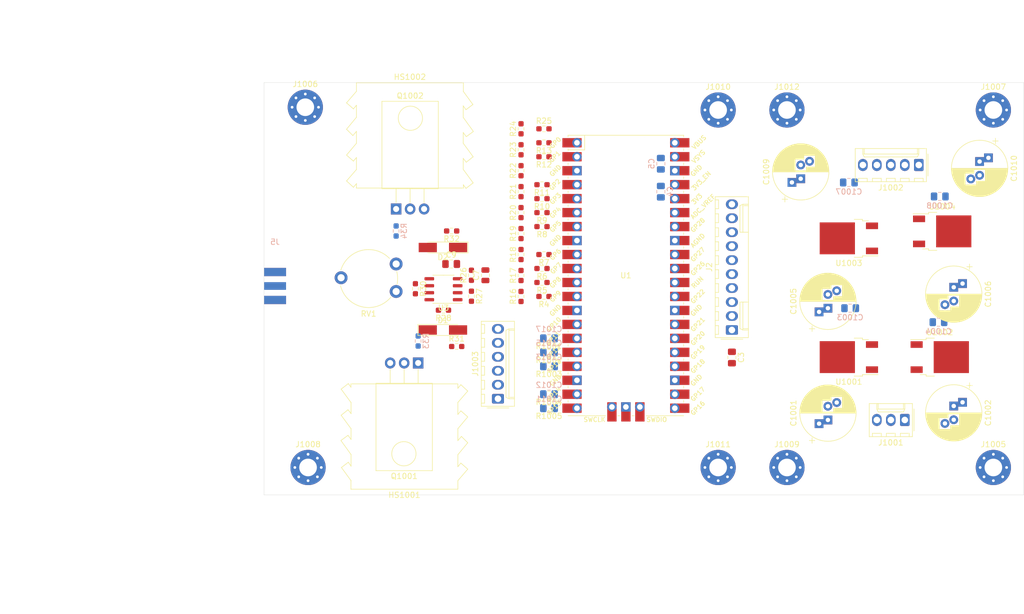
<source format=kicad_pcb>
(kicad_pcb (version 20171130) (host pcbnew "(5.1.12)-1")
  (layers (0 F.Cu signal) (31 B.Cu signal) (34 B.Paste user) (35 F.Paste user) (36 B.SilkS user) (37 F.SilkS user) (38 B.Mask user) (39 F.Mask user) (44 Edge.Cuts user))
  (net 0 "")
  (net 1 GND)
  (net 2 +5V)
  (net 3 +3V3)
  (net 4 "Net-(C6-Pad1)")
  (net 5 -5V)
  (net 6 "Net-(C1001-Pad1)")
  (net 7 +12V)
  (net 8 -12V)
  (net 9 "Net-(C1011-Pad1)")
  (net 10 "Net-(C1012-Pad1)")
  (net 11 "Net-(C1013-Pad1)")
  (net 12 "Net-(D1-Pad1)")
  (net 13 "Net-(D1-Pad2)")
  (net 14 "Net-(D2-Pad2)")
  (net 15 "Net-(D2-Pad1)")
  (net 16 "Net-(J2-Pad2)")
  (net 17 "Net-(J2-Pad3)")
  (net 18 "Net-(J2-Pad5)")
  (net 19 "Net-(J2-Pad6)")
  (net 20 "Net-(J2-Pad7)")
  (net 21 "Net-(J2-Pad8)")
  (net 22 "Net-(J2-Pad10)")
  (net 23 "Net-(J5-Pad1)")
  (net 24 "Net-(Q1001-Pad1)")
  (net 25 "Net-(Q1002-Pad1)")
  (net 26 "Net-(C6-Pad2)")
  (net 27 "Net-(R4-Pad1)")
  (net 28 "Net-(R5-Pad1)")
  (net 29 "Net-(R16-Pad2)")
  (net 30 "Net-(R17-Pad2)")
  (net 31 "Net-(R6-Pad1)")
  (net 32 "Net-(R7-Pad1)")
  (net 33 "Net-(R18-Pad2)")
  (net 34 "Net-(R19-Pad2)")
  (net 35 "Net-(R8-Pad1)")
  (net 36 "Net-(R9-Pad1)")
  (net 37 "Net-(R20-Pad2)")
  (net 38 "Net-(R10-Pad2)")
  (net 39 "Net-(R10-Pad1)")
  (net 40 "Net-(R11-Pad1)")
  (net 41 "Net-(R11-Pad2)")
  (net 42 "Net-(R12-Pad2)")
  (net 43 "Net-(R12-Pad1)")
  (net 44 "Net-(R13-Pad1)")
  (net 45 "Net-(R13-Pad2)")
  (net 46 "Net-(R27-Pad1)")
  (net 47 "Net-(R28-Pad2)")
  (net 48 "Net-(U3-Pad1)")
  (net 49 "Net-(U3-Pad5)")
  (net 50 "Net-(U3-Pad8)")
  (net 51 "Net-(U1-Pad14)")
  (net 52 "Net-(U1-Pad29)")
  (net 53 "Net-(SW1-Pad2)")
  (net 54 "Net-(U1-Pad31)")
  (net 55 "Net-(U1-Pad32)")
  (net 56 "Net-(U1-Pad33)")
  (net 57 "Net-(U1-Pad34)")
  (net 58 "Net-(U1-Pad35)")
  (net 59 "Net-(U1-Pad37)")
  (net 60 "Net-(U1-Pad40)")
  (net 61 "Net-(U1-Pad41)")
  (net 62 "Net-(U1-Pad43)")
  (net 63 "Net-(C1015-Pad1)")
  (net 64 "Net-(C1017-Pad1)")
  (net 65 "Net-(C1002-Pad2)")
  (module Capacitor_SMD:C_0805_2012Metric_Pad1.18x1.45mm_HandSolder (layer F.Cu) (at 225 100 270)
    (fp_text reference C3 (at 0 -1.68 90) (layer F.SilkS))
    (fp_text value 100n)
    (pad 2 smd roundrect (at 1.0375 0 270) (size 1.175 1.45) (layers F.Cu F.Paste F.Mask) (roundrect_rratio 0.212766) (net 1 GND))
    (pad 1 smd roundrect (at -1.0375 0 270) (size 1.175 1.45) (layers F.Cu F.Paste F.Mask) (roundrect_rratio 0.212766) (net 2 +5V))
  )
  (module Capacitor_SMD:C_0805_2012Metric_Pad1.18x1.45mm_HandSolder (layer B.Cu) (at 212.09 69.85 90)
    (fp_text reference C4 (at 0 1.68 90) (layer B.SilkS) (effects (justify mirror)))
    (fp_text value 100n)
    (pad 1 smd roundrect (at -1.0375 0 90) (size 1.175 1.45) (layers B.Cu B.Paste B.Mask) (roundrect_rratio 0.212766) (net 3 +3V3))
    (pad 2 smd roundrect (at 1.0375 0 90) (size 1.175 1.45) (layers B.Cu B.Paste B.Mask) (roundrect_rratio 0.212766) (net 1 GND))
  )
  (module Capacitor_SMD:C_0805_2012Metric_Pad1.18x1.45mm_HandSolder (layer B.Cu) (at 212.09 64.77 270)
    (fp_text reference C5 (at 0 1.68 90) (layer B.SilkS) (effects (justify mirror)))
    (fp_text value 100n)
    (pad 2 smd roundrect (at 1.0375 0 270) (size 1.175 1.45) (layers B.Cu B.Paste B.Mask) (roundrect_rratio 0.212766) (net 1 GND))
    (pad 1 smd roundrect (at -1.0375 0 270) (size 1.175 1.45) (layers B.Cu B.Paste B.Mask) (roundrect_rratio 0.212766) (net 2 +5V))
  )
  (module Capacitor_SMD:C_0805_2012Metric (layer F.Cu) (at 180.22 85.05 90)
    (fp_text reference C7 (at 0 -1.68 90) (layer F.SilkS))
    (fp_text value 3.3p)
    (pad 1 smd roundrect (at -0.95 0 90) (size 1 1.45) (layers F.Cu F.Paste F.Mask) (net 4 "Net-(C6-Pad1)"))
    (pad 2 smd roundrect (at 0.95 0 90) (size 1 1.45) (layers F.Cu F.Paste F.Mask) (net 1 GND))
  )
  (module Capacitor_SMD:C_0805_2012Metric_Pad1.18x1.45mm_HandSolder (layer F.Cu) (at 174 83)
    (fp_text reference C9 (at 0 -1.68) (layer F.SilkS))
    (fp_text value 100n)
    (pad 1 smd roundrect (at -1.0375 0) (size 1.175 1.45) (layers F.Cu F.Paste F.Mask) (roundrect_rratio 0.212766) (net 1 GND))
    (pad 2 smd roundrect (at 1.0375 0) (size 1.175 1.45) (layers F.Cu F.Paste F.Mask) (roundrect_rratio 0.212766) (net 5 -5V))
  )
  (module Capacitor_THT:CP_Radial_D10.0mm_P2.50mm_P5.00mm (layer F.Cu) (at 242.44 111.36 90)
    (fp_text reference C1001 (at 1.25 -6.25 90) (layer F.SilkS))
    (fp_text value "100u 50V")
    (pad 2 thru_hole circle (at 3.170937 1.6 90) (size 1.6 1.6) (drill 0.8) (layers *.Cu *.Mask) (net 1 GND))
    (pad 1 thru_hole rect (at -0.670937 -1.6 90) (size 1.6 1.6) (drill 0.8) (layers *.Cu *.Mask) (net 6 "Net-(C1001-Pad1)"))
    (pad 2 thru_hole circle (at 2.5 0 90) (size 1.6 1.6) (drill 0.8) (layers *.Cu *.Mask) (net 1 GND))
    (pad 1 thru_hole rect (at 0 0 90) (size 1.6 1.6) (drill 0.8) (layers *.Cu *.Mask) (net 6 "Net-(C1001-Pad1)"))
  )
  (module Capacitor_THT:CP_Radial_D10.0mm_P2.50mm_P5.00mm (layer F.Cu) (at 265.3 108.82 270)
    (fp_text reference C1002 (at 1.25 -6.25 90) (layer F.SilkS))
    (fp_text value "100u 50V")
    (pad 2 thru_hole circle (at 3.170937 1.6 270) (size 1.6 1.6) (drill 0.8) (layers *.Cu *.Mask) (net 65 "Net-(C1002-Pad2)"))
    (pad 1 thru_hole rect (at -0.670937 -1.6 270) (size 1.6 1.6) (drill 0.8) (layers *.Cu *.Mask) (net 1 GND))
    (pad 2 thru_hole circle (at 2.5 0 270) (size 1.6 1.6) (drill 0.8) (layers *.Cu *.Mask) (net 65 "Net-(C1002-Pad2)"))
    (pad 1 thru_hole rect (at 0 0 270) (size 1.6 1.6) (drill 0.8) (layers *.Cu *.Mask) (net 1 GND))
  )
  (module Capacitor_SMD:C_0805_2012Metric_Pad1.18x1.45mm_HandSolder (layer B.Cu) (at 246.4825 91.04)
    (fp_text reference C1003 (at 0 1.68) (layer B.SilkS) (effects (justify mirror)))
    (fp_text value 100n)
    (pad 2 smd roundrect (at 1.0375 0) (size 1.175 1.45) (layers B.Cu B.Paste B.Mask) (roundrect_rratio 0.212766) (net 1 GND))
    (pad 1 smd roundrect (at -1.0375 0) (size 1.175 1.45) (layers B.Cu B.Paste B.Mask) (roundrect_rratio 0.212766) (net 7 +12V))
  )
  (module Capacitor_SMD:C_0805_2012Metric_Pad1.18x1.45mm_HandSolder (layer B.Cu) (at 262.5275 93.58)
    (fp_text reference C1004 (at 0 1.68 180) (layer B.SilkS) (effects (justify mirror)))
    (fp_text value 100n)
    (pad 1 smd roundrect (at -1.0375 0) (size 1.175 1.45) (layers B.Cu B.Paste B.Mask) (roundrect_rratio 0.212766) (net 1 GND))
    (pad 2 smd roundrect (at 1.0375 0) (size 1.175 1.45) (layers B.Cu B.Paste B.Mask) (roundrect_rratio 0.212766) (net 8 -12V))
  )
  (module Capacitor_THT:CP_Radial_D10.0mm_P2.50mm_P5.00mm (layer F.Cu) (at 242.44 91.04 90)
    (fp_text reference C1005 (at 1.25 -6.25 90) (layer F.SilkS))
    (fp_text value "100u 50V")
    (pad 1 thru_hole rect (at 0 0 90) (size 1.6 1.6) (drill 0.8) (layers *.Cu *.Mask) (net 7 +12V))
    (pad 2 thru_hole circle (at 2.5 0 90) (size 1.6 1.6) (drill 0.8) (layers *.Cu *.Mask) (net 1 GND))
    (pad 1 thru_hole rect (at -0.670937 -1.6 90) (size 1.6 1.6) (drill 0.8) (layers *.Cu *.Mask) (net 7 +12V))
    (pad 2 thru_hole circle (at 3.170937 1.6 90) (size 1.6 1.6) (drill 0.8) (layers *.Cu *.Mask) (net 1 GND))
  )
  (module Capacitor_THT:CP_Radial_D10.0mm_P2.50mm_P5.00mm (layer F.Cu) (at 265.3 87.23 270)
    (fp_text reference C1006 (at 1.25 -6.25 90) (layer F.SilkS))
    (fp_text value "100u 50V")
    (pad 1 thru_hole rect (at 0 0 270) (size 1.6 1.6) (drill 0.8) (layers *.Cu *.Mask) (net 1 GND))
    (pad 2 thru_hole circle (at 2.5 0 270) (size 1.6 1.6) (drill 0.8) (layers *.Cu *.Mask) (net 8 -12V))
    (pad 1 thru_hole rect (at -0.670937 -1.6 270) (size 1.6 1.6) (drill 0.8) (layers *.Cu *.Mask) (net 1 GND))
    (pad 2 thru_hole circle (at 3.170937 1.6 270) (size 1.6 1.6) (drill 0.8) (layers *.Cu *.Mask) (net 8 -12V))
  )
  (module Capacitor_SMD:C_0805_2012Metric_Pad1.18x1.45mm_HandSolder (layer B.Cu) (at 246.25 68.18)
    (fp_text reference C1007 (at 0 1.68) (layer B.SilkS) (effects (justify mirror)))
    (fp_text value 100n)
    (pad 1 smd roundrect (at -1.0375 0) (size 1.175 1.45) (layers B.Cu B.Paste B.Mask) (roundrect_rratio 0.212766) (net 2 +5V))
    (pad 2 smd roundrect (at 1.0375 0) (size 1.175 1.45) (layers B.Cu B.Paste B.Mask) (roundrect_rratio 0.212766) (net 1 GND))
  )
  (module Capacitor_SMD:C_0805_2012Metric_Pad1.18x1.45mm_HandSolder (layer B.Cu) (at 262.76 70.72)
    (fp_text reference C1008 (at 0 1.68) (layer B.SilkS) (effects (justify mirror)))
    (fp_text value 100n)
    (pad 2 smd roundrect (at 1.0375 0) (size 1.175 1.45) (layers B.Cu B.Paste B.Mask) (roundrect_rratio 0.212766) (net 5 -5V))
    (pad 1 smd roundrect (at -1.0375 0) (size 1.175 1.45) (layers B.Cu B.Paste B.Mask) (roundrect_rratio 0.212766) (net 1 GND))
  )
  (module Capacitor_THT:CP_Radial_D10.0mm_P2.50mm_P5.00mm (layer F.Cu) (at 237.5 67.5 90)
    (fp_text reference C1009 (at 1.25 -6.25 90) (layer F.SilkS))
    (fp_text value "100u 50V")
    (pad 2 thru_hole circle (at 3.170937 1.6 90) (size 1.6 1.6) (drill 0.8) (layers *.Cu *.Mask) (net 1 GND))
    (pad 1 thru_hole rect (at -0.670937 -1.6 90) (size 1.6 1.6) (drill 0.8) (layers *.Cu *.Mask) (net 2 +5V))
    (pad 2 thru_hole circle (at 2.5 0 90) (size 1.6 1.6) (drill 0.8) (layers *.Cu *.Mask) (net 1 GND))
    (pad 1 thru_hole rect (at 0 0 90) (size 1.6 1.6) (drill 0.8) (layers *.Cu *.Mask) (net 2 +5V))
  )
  (module Capacitor_THT:CP_Radial_D10.0mm_P2.50mm_P5.00mm (layer F.Cu) (at 270 64.37 270)
    (fp_text reference C1010 (at 1.25 -6.25 90) (layer F.SilkS))
    (fp_text value "100u 50V")
    (pad 1 thru_hole rect (at 0 0 270) (size 1.6 1.6) (drill 0.8) (layers *.Cu *.Mask) (net 1 GND))
    (pad 2 thru_hole circle (at 2.5 0 270) (size 1.6 1.6) (drill 0.8) (layers *.Cu *.Mask) (net 5 -5V))
    (pad 1 thru_hole rect (at -0.670937 -1.6 270) (size 1.6 1.6) (drill 0.8) (layers *.Cu *.Mask) (net 1 GND))
    (pad 2 thru_hole circle (at 3.170937 1.6 270) (size 1.6 1.6) (drill 0.8) (layers *.Cu *.Mask) (net 5 -5V))
  )
  (module Capacitor_SMD:C_0805_2012Metric_Pad1.18x1.45mm_HandSolder (layer B.Cu) (at 191.77 109.22 180)
    (fp_text reference C1011 (at 0 1.68 180) (layer B.SilkS) (effects (justify mirror)))
    (fp_text value 100n)
    (pad 1 smd roundrect (at -1.0375 0 180) (size 1.175 1.45) (layers B.Cu B.Paste B.Mask) (roundrect_rratio 0.212766) (net 9 "Net-(C1011-Pad1)"))
    (pad 2 smd roundrect (at 1.0375 0 180) (size 1.175 1.45) (layers B.Cu B.Paste B.Mask) (roundrect_rratio 0.212766) (net 1 GND))
  )
  (module Capacitor_SMD:C_0805_2012Metric_Pad1.18x1.45mm_HandSolder (layer B.Cu) (at 191.77 106.68 180)
    (fp_text reference C1012 (at 0 1.68) (layer B.SilkS) (effects (justify mirror)))
    (fp_text value 100n)
    (pad 2 smd roundrect (at 1.0375 0 180) (size 1.175 1.45) (layers B.Cu B.Paste B.Mask) (roundrect_rratio 0.212766) (net 1 GND))
    (pad 1 smd roundrect (at -1.0375 0 180) (size 1.175 1.45) (layers B.Cu B.Paste B.Mask) (roundrect_rratio 0.212766) (net 10 "Net-(C1012-Pad1)"))
  )
  (module Capacitor_SMD:C_0805_2012Metric_Pad1.18x1.45mm_HandSolder (layer B.Cu) (at 191.77 101.6 180)
    (fp_text reference C1013 (at 0 1.68) (layer B.SilkS) (effects (justify mirror)))
    (fp_text value 100n)
    (pad 1 smd roundrect (at -1.0375 0 180) (size 1.175 1.45) (layers B.Cu B.Paste B.Mask) (roundrect_rratio 0.212766) (net 11 "Net-(C1013-Pad1)"))
    (pad 2 smd roundrect (at 1.0375 0 180) (size 1.175 1.45) (layers B.Cu B.Paste B.Mask) (roundrect_rratio 0.212766) (net 1 GND))
  )
  (module Capacitor_SMD:C_0805_2012Metric_Pad1.18x1.45mm_HandSolder (layer B.Cu) (at 191.77 99.06 180)
    (fp_text reference C1015 (at 0 1.68) (layer B.SilkS) (effects (justify mirror)))
    (fp_text value 100n)
    (pad 2 smd roundrect (at 1.0375 0 180) (size 1.175 1.45) (layers B.Cu B.Paste B.Mask) (roundrect_rratio 0.212766) (net 1 GND))
    (pad 1 smd roundrect (at -1.0375 0 180) (size 1.175 1.45) (layers B.Cu B.Paste B.Mask) (roundrect_rratio 0.212766) (net 63 "Net-(C1015-Pad1)"))
  )
  (module Capacitor_SMD:C_0805_2012Metric_Pad1.18x1.45mm_HandSolder (layer B.Cu) (at 191.77 96.52 180)
    (fp_text reference C1017 (at 0 1.68 180) (layer B.SilkS) (effects (justify mirror)))
    (fp_text value 100n)
    (pad 2 smd roundrect (at 1.0375 0 180) (size 1.175 1.45) (layers B.Cu B.Paste B.Mask) (roundrect_rratio 0.212766) (net 1 GND))
    (pad 1 smd roundrect (at -1.0375 0 180) (size 1.175 1.45) (layers B.Cu B.Paste B.Mask) (roundrect_rratio 0.212766) (net 64 "Net-(C1017-Pad1)"))
  )
  (module Connector_Molex:Molex_KK-254_AE-6410-10A_1x10_P2.54mm_Vertical (layer F.Cu) (at 225 95 90)
    (fp_text reference J2 (at 11.43 -4.12 90) (layer F.SilkS))
    (fp_text value "Conn afficheur")
    (pad 1 thru_hole roundrect (at 0 0 90) (size 1.74 2.19) (drill 1.19) (layers *.Cu *.Mask) (roundrect_rratio 0.143678) (net 2 +5V))
    (pad 2 thru_hole oval (at 2.54 0 90) (size 1.74 2.19) (drill 1.19) (layers *.Cu *.Mask) (net 16 "Net-(J2-Pad2)"))
    (pad 3 thru_hole oval (at 5.08 0 90) (size 1.74 2.19) (drill 1.19) (layers *.Cu *.Mask) (net 17 "Net-(J2-Pad3)"))
    (pad 4 thru_hole oval (at 7.62 0 90) (size 1.74 2.19) (drill 1.19) (layers *.Cu *.Mask) (net 1 GND))
    (pad 5 thru_hole oval (at 10.16 0 90) (size 1.74 2.19) (drill 1.19) (layers *.Cu *.Mask) (net 18 "Net-(J2-Pad5)"))
    (pad 6 thru_hole oval (at 12.7 0 90) (size 1.74 2.19) (drill 1.19) (layers *.Cu *.Mask) (net 19 "Net-(J2-Pad6)"))
    (pad 7 thru_hole oval (at 15.24 0 90) (size 1.74 2.19) (drill 1.19) (layers *.Cu *.Mask) (net 20 "Net-(J2-Pad7)"))
    (pad 8 thru_hole oval (at 17.78 0 90) (size 1.74 2.19) (drill 1.19) (layers *.Cu *.Mask) (net 21 "Net-(J2-Pad8)"))
    (pad 9 thru_hole oval (at 20.32 0 90) (size 1.74 2.19) (drill 1.19) (layers *.Cu *.Mask) (net 3 +3V3))
    (pad 10 thru_hole oval (at 22.86 0 90) (size 1.74 2.19) (drill 1.19) (layers *.Cu *.Mask) (net 22 "Net-(J2-Pad10)"))
  )
  (module SMA_PINS:SMA_EDGE_NRW (layer B.Cu) (at 142 87 180)
    (fp_text reference J5 (at 0 8) (layer B.SilkS) (effects (justify mirror)))
    (fp_text value SMA hide)
    (pad 1 smd rect (at 0 0 180) (size 4 1.4) (layers B.Cu B.Paste B.Mask) (net 23 "Net-(J5-Pad1)"))
    (pad 2 smd rect (at 0 2.54 180) (size 4 1.5) (layers B.Cu B.Paste B.Mask) (net 1 GND))
    (pad 2 smd rect (at 0 -2.54 180) (size 4 1.5) (layers B.Cu B.Paste B.Mask) (net 1 GND))
    (pad 2 smd rect (at 0 2.54 180) (size 4 1.5) (layers F.Cu F.Paste F.Mask) (net 1 GND))
    (pad 2 smd rect (at 0 -2.54 180) (size 4 1.5) (layers F.Cu F.Paste F.Mask) (net 1 GND))
  )
  (module Connector_Molex:Molex_KK-254_AE-6410-03A_1x03_P2.54mm_Vertical (layer F.Cu) (at 256.41 111.36 180)
    (fp_text reference J1001 (at 2.54 -4.12) (layer F.SilkS))
    (fp_text value Conn_01x03)
    (pad 1 thru_hole roundrect (at 0 0 180) (size 1.74 2.19) (drill 1.19) (layers *.Cu *.Mask) (roundrect_rratio 0.143678) (net 65 "Net-(C1002-Pad2)"))
    (pad 2 thru_hole oval (at 2.54 0 180) (size 1.74 2.19) (drill 1.19) (layers *.Cu *.Mask) (net 1 GND))
    (pad 3 thru_hole oval (at 5.08 0 180) (size 1.74 2.19) (drill 1.19) (layers *.Cu *.Mask) (net 6 "Net-(C1001-Pad1)"))
  )
  (module Connector_Molex:Molex_KK-254_AE-6410-05A_1x05_P2.54mm_Vertical (layer F.Cu) (at 258.95 65 180)
    (fp_text reference J1002 (at 5.08 -4.12) (layer F.SilkS))
    (fp_text value Conn_01x05)
    (pad 1 thru_hole roundrect (at 0 0 180) (size 1.74 2.19) (drill 1.19) (layers *.Cu *.Mask) (roundrect_rratio 0.143678) (net 8 -12V))
    (pad 2 thru_hole oval (at 2.54 0 180) (size 1.74 2.19) (drill 1.19) (layers *.Cu *.Mask) (net 5 -5V))
    (pad 3 thru_hole oval (at 5.08 0 180) (size 1.74 2.19) (drill 1.19) (layers *.Cu *.Mask) (net 1 GND))
    (pad 4 thru_hole oval (at 7.62 0 180) (size 1.74 2.19) (drill 1.19) (layers *.Cu *.Mask) (net 2 +5V))
    (pad 5 thru_hole oval (at 10.16 0 180) (size 1.74 2.19) (drill 1.19) (layers *.Cu *.Mask) (net 7 +12V))
  )
  (module Connector_Molex:Molex_KK-254_AE-6410-06A_1x06_P2.54mm_Vertical (layer F.Cu) (at 182.5 107.5 90)
    (fp_text reference J1003 (at 6.35 -4.12 90) (layer F.SilkS))
    (fp_text value Conn_01x06)
    (pad 6 thru_hole oval (at 12.7 0 90) (size 1.74 2.19) (drill 1.19) (layers *.Cu *.Mask) (net 1 GND))
    (pad 5 thru_hole oval (at 10.16 0 90) (size 1.74 2.19) (drill 1.19) (layers *.Cu *.Mask) (net 64 "Net-(C1017-Pad1)"))
    (pad 4 thru_hole oval (at 7.62 0 90) (size 1.74 2.19) (drill 1.19) (layers *.Cu *.Mask) (net 63 "Net-(C1015-Pad1)"))
    (pad 3 thru_hole oval (at 5.08 0 90) (size 1.74 2.19) (drill 1.19) (layers *.Cu *.Mask) (net 11 "Net-(C1013-Pad1)"))
    (pad 2 thru_hole oval (at 2.54 0 90) (size 1.74 2.19) (drill 1.19) (layers *.Cu *.Mask) (net 10 "Net-(C1012-Pad1)"))
    (pad 1 thru_hole roundrect (at 0 0 90) (size 1.74 2.19) (drill 1.19) (layers *.Cu *.Mask) (roundrect_rratio 0.143678) (net 9 "Net-(C1011-Pad1)"))
  )
  (module Package_TO_SOT_THT:TO-220-3_Horizontal_TabDown (layer F.Cu) (at 168 101 180)
    (fp_text reference Q1001 (at 2.54 -20.58) (layer F.SilkS))
    (fp_text value NTE2633)
    (pad 3 thru_hole oval (at 5.08 0 180) (size 1.905 2) (drill 1.1) (layers *.Cu *.Mask) (net 13 "Net-(D1-Pad2)"))
    (pad 2 thru_hole oval (at 2.54 0 180) (size 1.905 2) (drill 1.1) (layers *.Cu *.Mask) (net 7 +12V))
    (pad 1 thru_hole rect (at 0 0 180) (size 1.905 2) (drill 1.1) (layers *.Cu *.Mask) (net 24 "Net-(Q1001-Pad1)"))
    (pad "" np_thru_hole oval (at 2.54 -16.66 180) (size 3.5 3.5) (drill 3.5) (layers *.Cu *.Mask))
  )
  (module Package_TO_SOT_THT:TO-220-3_Horizontal_TabDown (layer F.Cu) (at 164 73)
    (fp_text reference Q1002 (at 2.54 -20.58) (layer F.SilkS))
    (fp_text value NTE2634)
    (pad "" np_thru_hole oval (at 2.54 -16.66) (size 3.5 3.5) (drill 3.5) (layers *.Cu *.Mask))
    (pad 1 thru_hole rect (at 0 0) (size 1.905 2) (drill 1.1) (layers *.Cu *.Mask) (net 25 "Net-(Q1002-Pad1)"))
    (pad 2 thru_hole oval (at 2.54 0) (size 1.905 2) (drill 1.1) (layers *.Cu *.Mask) (net 8 -12V))
    (pad 3 thru_hole oval (at 5.08 0) (size 1.905 2) (drill 1.1) (layers *.Cu *.Mask) (net 15 "Net-(D2-Pad1)"))
  )
  (module Resistor_SMD:R_0603_1608Metric_Pad0.98x0.95mm_HandSolder (layer F.Cu) (at 190.8575 88.9 180)
    (fp_text reference R4 (at 0 -1.43) (layer F.SilkS))
    (fp_text value 2k)
    (pad 2 smd roundrect (at 0.9125 0 180) (size 0.975 0.95) (layers F.Cu F.Paste F.Mask) (net 26 "Net-(C6-Pad2)"))
    (pad 1 smd roundrect (at -0.9125 0 180) (size 0.975 0.95) (layers F.Cu F.Paste F.Mask) (net 27 "Net-(R4-Pad1)"))
  )
  (module Resistor_SMD:R_0603_1608Metric_Pad0.98x0.95mm_HandSolder (layer F.Cu) (at 190.5 86.36 180)
    (fp_text reference R5 (at 0 -1.43) (layer F.SilkS))
    (fp_text value 2k)
    (pad 1 smd roundrect (at -0.9125 0 180) (size 0.975 0.95) (layers F.Cu F.Paste F.Mask) (net 28 "Net-(R5-Pad1)"))
    (pad 2 smd roundrect (at 0.9125 0 180) (size 0.975 0.95) (layers F.Cu F.Paste F.Mask) (net 29 "Net-(R16-Pad2)"))
  )
  (module Resistor_SMD:R_0603_1608Metric_Pad0.98x0.95mm_HandSolder (layer F.Cu) (at 190.5 83.82 180)
    (fp_text reference R6 (at 0 -1.43) (layer F.SilkS))
    (fp_text value 2k)
    (pad 2 smd roundrect (at 0.9125 0 180) (size 0.975 0.95) (layers F.Cu F.Paste F.Mask) (net 30 "Net-(R17-Pad2)"))
    (pad 1 smd roundrect (at -0.9125 0 180) (size 0.975 0.95) (layers F.Cu F.Paste F.Mask) (net 31 "Net-(R6-Pad1)"))
  )
  (module Resistor_SMD:R_0603_1608Metric_Pad0.98x0.95mm_HandSolder (layer F.Cu) (at 190.8575 81.28 180)
    (fp_text reference R7 (at 0 -1.43) (layer F.SilkS))
    (fp_text value 2k)
    (pad 1 smd roundrect (at -0.9125 0 180) (size 0.975 0.95) (layers F.Cu F.Paste F.Mask) (net 32 "Net-(R7-Pad1)"))
    (pad 2 smd roundrect (at 0.9125 0 180) (size 0.975 0.95) (layers F.Cu F.Paste F.Mask) (net 33 "Net-(R18-Pad2)"))
  )
  (module Resistor_SMD:R_0603_1608Metric_Pad0.98x0.95mm_HandSolder (layer F.Cu) (at 190.5 76.2 180)
    (fp_text reference R8 (at 0 -1.43) (layer F.SilkS))
    (fp_text value 2k)
    (pad 2 smd roundrect (at 0.9125 0 180) (size 0.975 0.95) (layers F.Cu F.Paste F.Mask) (net 34 "Net-(R19-Pad2)"))
    (pad 1 smd roundrect (at -0.9125 0 180) (size 0.975 0.95) (layers F.Cu F.Paste F.Mask) (net 35 "Net-(R8-Pad1)"))
  )
  (module Resistor_SMD:R_0603_1608Metric_Pad0.98x0.95mm_HandSolder (layer F.Cu) (at 190.5 73.66 180)
    (fp_text reference R9 (at 0 -1.43) (layer F.SilkS))
    (fp_text value 2k)
    (pad 1 smd roundrect (at -0.9125 0 180) (size 0.975 0.95) (layers F.Cu F.Paste F.Mask) (net 36 "Net-(R9-Pad1)"))
    (pad 2 smd roundrect (at 0.9125 0 180) (size 0.975 0.95) (layers F.Cu F.Paste F.Mask) (net 37 "Net-(R20-Pad2)"))
  )
  (module Resistor_SMD:R_0603_1608Metric_Pad0.98x0.95mm_HandSolder (layer F.Cu) (at 190.5 71.12 180)
    (fp_text reference R10 (at 0 -1.43) (layer F.SilkS))
    (fp_text value 2k)
    (pad 2 smd roundrect (at 0.9125 0 180) (size 0.975 0.95) (layers F.Cu F.Paste F.Mask) (net 38 "Net-(R10-Pad2)"))
    (pad 1 smd roundrect (at -0.9125 0 180) (size 0.975 0.95) (layers F.Cu F.Paste F.Mask) (net 39 "Net-(R10-Pad1)"))
  )
  (module Resistor_SMD:R_0603_1608Metric_Pad0.98x0.95mm_HandSolder (layer F.Cu) (at 190.5 68.58 180)
    (fp_text reference R11 (at 0 -1.43) (layer F.SilkS))
    (fp_text value 2k)
    (pad 1 smd roundrect (at -0.9125 0 180) (size 0.975 0.95) (layers F.Cu F.Paste F.Mask) (net 40 "Net-(R11-Pad1)"))
    (pad 2 smd roundrect (at 0.9125 0 180) (size 0.975 0.95) (layers F.Cu F.Paste F.Mask) (net 41 "Net-(R11-Pad2)"))
  )
  (module Resistor_SMD:R_0603_1608Metric_Pad0.98x0.95mm_HandSolder (layer F.Cu) (at 190.8575 63.5 180)
    (fp_text reference R12 (at 0 -1.43) (layer F.SilkS))
    (fp_text value 2k)
    (pad 2 smd roundrect (at 0.9125 0 180) (size 0.975 0.95) (layers F.Cu F.Paste F.Mask) (net 42 "Net-(R12-Pad2)"))
    (pad 1 smd roundrect (at -0.9125 0 180) (size 0.975 0.95) (layers F.Cu F.Paste F.Mask) (net 43 "Net-(R12-Pad1)"))
  )
  (module Resistor_SMD:R_0603_1608Metric_Pad0.98x0.95mm_HandSolder (layer F.Cu) (at 190.8575 60.96 180)
    (fp_text reference R13 (at 0 -1.43) (layer F.SilkS))
    (fp_text value 2k)
    (pad 1 smd roundrect (at -0.9125 0 180) (size 0.975 0.95) (layers F.Cu F.Paste F.Mask) (net 44 "Net-(R13-Pad1)"))
    (pad 2 smd roundrect (at 0.9125 0 180) (size 0.975 0.95) (layers F.Cu F.Paste F.Mask) (net 45 "Net-(R13-Pad2)"))
  )
  (module Resistor_SMD:R_0603_1608Metric_Pad0.98x0.95mm_HandSolder (layer F.Cu) (at 186.69 88.9 90)
    (fp_text reference R16 (at 0 -1.43 90) (layer F.SilkS))
    (fp_text value 1k)
    (pad 2 smd roundrect (at 0.9125 0 90) (size 0.975 0.95) (layers F.Cu F.Paste F.Mask) (net 29 "Net-(R16-Pad2)"))
    (pad 1 smd roundrect (at -0.9125 0 90) (size 0.975 0.95) (layers F.Cu F.Paste F.Mask) (net 26 "Net-(C6-Pad2)"))
  )
  (module Resistor_SMD:R_0603_1608Metric_Pad0.98x0.95mm_HandSolder (layer F.Cu) (at 186.69 85.09 90)
    (fp_text reference R17 (at 0 -1.43 90) (layer F.SilkS))
    (fp_text value 1k)
    (pad 2 smd roundrect (at 0.9125 0 90) (size 0.975 0.95) (layers F.Cu F.Paste F.Mask) (net 30 "Net-(R17-Pad2)"))
    (pad 1 smd roundrect (at -0.9125 0 90) (size 0.975 0.95) (layers F.Cu F.Paste F.Mask) (net 29 "Net-(R16-Pad2)"))
  )
  (module Resistor_SMD:R_0603_1608Metric_Pad0.98x0.95mm_HandSolder (layer F.Cu) (at 186.69 81.28 90)
    (fp_text reference R18 (at 0 -1.43 90) (layer F.SilkS))
    (fp_text value 1k)
    (pad 1 smd roundrect (at -0.9125 0 90) (size 0.975 0.95) (layers F.Cu F.Paste F.Mask) (net 30 "Net-(R17-Pad2)"))
    (pad 2 smd roundrect (at 0.9125 0 90) (size 0.975 0.95) (layers F.Cu F.Paste F.Mask) (net 33 "Net-(R18-Pad2)"))
  )
  (module Resistor_SMD:R_0603_1608Metric_Pad0.98x0.95mm_HandSolder (layer F.Cu) (at 186.69 77.47 90)
    (fp_text reference R19 (at 0 -1.43 90) (layer F.SilkS))
    (fp_text value 1k)
    (pad 2 smd roundrect (at 0.9125 0 90) (size 0.975 0.95) (layers F.Cu F.Paste F.Mask) (net 34 "Net-(R19-Pad2)"))
    (pad 1 smd roundrect (at -0.9125 0 90) (size 0.975 0.95) (layers F.Cu F.Paste F.Mask) (net 33 "Net-(R18-Pad2)"))
  )
  (module Resistor_SMD:R_0603_1608Metric_Pad0.98x0.95mm_HandSolder (layer F.Cu) (at 186.69 73.66 90)
    (fp_text reference R20 (at 0 -1.43 90) (layer F.SilkS))
    (fp_text value 1k)
    (pad 1 smd roundrect (at -0.9125 0 90) (size 0.975 0.95) (layers F.Cu F.Paste F.Mask) (net 34 "Net-(R19-Pad2)"))
    (pad 2 smd roundrect (at 0.9125 0 90) (size 0.975 0.95) (layers F.Cu F.Paste F.Mask) (net 37 "Net-(R20-Pad2)"))
  )
  (module Resistor_SMD:R_0603_1608Metric_Pad0.98x0.95mm_HandSolder (layer F.Cu) (at 186.69 69.85 90)
    (fp_text reference R21 (at 0 -1.43 90) (layer F.SilkS))
    (fp_text value 1k)
    (pad 2 smd roundrect (at 0.9125 0 90) (size 0.975 0.95) (layers F.Cu F.Paste F.Mask) (net 38 "Net-(R10-Pad2)"))
    (pad 1 smd roundrect (at -0.9125 0 90) (size 0.975 0.95) (layers F.Cu F.Paste F.Mask) (net 37 "Net-(R20-Pad2)"))
  )
  (module Resistor_SMD:R_0603_1608Metric_Pad0.98x0.95mm_HandSolder (layer F.Cu) (at 186.69 66.04 90)
    (fp_text reference R22 (at 0 -1.43 90) (layer F.SilkS))
    (fp_text value 1k)
    (pad 1 smd roundrect (at -0.9125 0 90) (size 0.975 0.95) (layers F.Cu F.Paste F.Mask) (net 38 "Net-(R10-Pad2)"))
    (pad 2 smd roundrect (at 0.9125 0 90) (size 0.975 0.95) (layers F.Cu F.Paste F.Mask) (net 41 "Net-(R11-Pad2)"))
  )
  (module Resistor_SMD:R_0603_1608Metric_Pad0.98x0.95mm_HandSolder (layer F.Cu) (at 186.69 62.23 90)
    (fp_text reference R23 (at 0 -1.43 90) (layer F.SilkS))
    (fp_text value 1k)
    (pad 2 smd roundrect (at 0.9125 0 90) (size 0.975 0.95) (layers F.Cu F.Paste F.Mask) (net 42 "Net-(R12-Pad2)"))
    (pad 1 smd roundrect (at -0.9125 0 90) (size 0.975 0.95) (layers F.Cu F.Paste F.Mask) (net 41 "Net-(R11-Pad2)"))
  )
  (module Resistor_SMD:R_0603_1608Metric_Pad0.98x0.95mm_HandSolder (layer F.Cu) (at 186.69 58.42 90)
    (fp_text reference R24 (at 0 -1.43 90) (layer F.SilkS))
    (fp_text value 1k)
    (pad 1 smd roundrect (at -0.9125 0 90) (size 0.975 0.95) (layers F.Cu F.Paste F.Mask) (net 42 "Net-(R12-Pad2)"))
    (pad 2 smd roundrect (at 0.9125 0 90) (size 0.975 0.95) (layers F.Cu F.Paste F.Mask) (net 45 "Net-(R13-Pad2)"))
  )
  (module Resistor_SMD:R_0603_1608Metric_Pad0.98x0.95mm_HandSolder (layer F.Cu) (at 190.8575 58.42)
    (fp_text reference R25 (at 0 -1.43) (layer F.SilkS))
    (fp_text value 2k)
    (pad 2 smd roundrect (at 0.9125 0) (size 0.975 0.95) (layers F.Cu F.Paste F.Mask) (net 1 GND))
    (pad 1 smd roundrect (at -0.9125 0) (size 0.975 0.95) (layers F.Cu F.Paste F.Mask) (net 45 "Net-(R13-Pad2)"))
  )
  (module Resistor_SMD:R_0603_1608Metric_Pad0.98x0.95mm_HandSolder (layer F.Cu) (at 177.68 85.05 90)
    (fp_text reference R26 (at 0 -1.43 90) (layer F.SilkS))
    (fp_text value 20k)
    (pad 1 smd roundrect (at -0.9125 0 90) (size 0.975 0.95) (layers F.Cu F.Paste F.Mask) (net 4 "Net-(C6-Pad1)"))
    (pad 2 smd roundrect (at 0.9125 0 90) (size 0.975 0.95) (layers F.Cu F.Paste F.Mask) (net 1 GND))
  )
  (module Resistor_SMD:R_0603_1608Metric_Pad0.98x0.95mm_HandSolder (layer F.Cu) (at 177.68 88.86 270)
    (fp_text reference R27 (at 0 -1.43 90) (layer F.SilkS))
    (fp_text value 680R)
    (pad 2 smd roundrect (at 0.9125 0 270) (size 0.975 0.95) (layers F.Cu F.Paste F.Mask) (net 1 GND))
    (pad 1 smd roundrect (at -0.9125 0 270) (size 0.975 0.95) (layers F.Cu F.Paste F.Mask) (net 46 "Net-(R27-Pad1)"))
  )
  (module Resistor_SMD:R_0603_1608Metric_Pad0.98x0.95mm_HandSolder (layer F.Cu) (at 172.6 91.4 180)
    (fp_text reference R28 (at 0 -1.43) (layer F.SilkS))
    (fp_text value 680R)
    (pad 1 smd roundrect (at -0.9125 0 180) (size 0.975 0.95) (layers F.Cu F.Paste F.Mask) (net 46 "Net-(R27-Pad1)"))
    (pad 2 smd roundrect (at 0.9125 0 180) (size 0.975 0.95) (layers F.Cu F.Paste F.Mask) (net 47 "Net-(R28-Pad2)"))
  )
  (module Resistor_SMD:R_0603_1608Metric_Pad0.98x0.95mm_HandSolder (layer F.Cu) (at 167.5 87.5 270)
    (fp_text reference R30 (at 0 -1.43 90) (layer F.SilkS))
    (fp_text value 27R)
    (pad 2 smd roundrect (at 0.9125 0 270) (size 0.975 0.95) (layers F.Cu F.Paste F.Mask) (net 12 "Net-(D1-Pad1)"))
    (pad 1 smd roundrect (at -0.9125 0 270) (size 0.975 0.95) (layers F.Cu F.Paste F.Mask) (net 47 "Net-(R28-Pad2)"))
  )
  (module Resistor_SMD:R_0603_1608Metric_Pad0.98x0.95mm_HandSolder (layer F.Cu) (at 175 98)
    (fp_text reference R31 (at 0 -1.43) (layer F.SilkS))
    (fp_text value 1k)
    (pad 2 smd roundrect (at 0.9125 0) (size 0.975 0.95) (layers F.Cu F.Paste F.Mask) (net 13 "Net-(D1-Pad2)"))
    (pad 1 smd roundrect (at -0.9125 0) (size 0.975 0.95) (layers F.Cu F.Paste F.Mask) (net 7 +12V))
  )
  (module Resistor_SMD:R_0603_1608Metric_Pad0.98x0.95mm_HandSolder (layer F.Cu) (at 174.0875 77 180)
    (fp_text reference R32 (at 0 -1.43) (layer F.SilkS))
    (fp_text value 1k)
    (pad 1 smd roundrect (at -0.9125 0 180) (size 0.975 0.95) (layers F.Cu F.Paste F.Mask) (net 15 "Net-(D2-Pad1)"))
    (pad 2 smd roundrect (at 0.9125 0 180) (size 0.975 0.95) (layers F.Cu F.Paste F.Mask) (net 8 -12V))
  )
  (module Resistor_SMD:R_0603_1608Metric_Pad0.98x0.95mm_HandSolder (layer B.Cu) (at 168 97 90)
    (fp_text reference R33 (at 0 1.43 270) (layer B.SilkS) (effects (justify mirror)))
    (fp_text value 3R3)
    (pad 1 smd roundrect (at -0.9125 0 90) (size 0.975 0.95) (layers B.Cu B.Paste B.Mask) (net 24 "Net-(Q1001-Pad1)"))
    (pad 2 smd roundrect (at 0.9125 0 90) (size 0.975 0.95) (layers B.Cu B.Paste B.Mask) (net 23 "Net-(J5-Pad1)"))
  )
  (module Resistor_SMD:R_0603_1608Metric_Pad0.98x0.95mm_HandSolder (layer B.Cu) (at 164 77 90)
    (fp_text reference R34 (at 0 1.43 270) (layer B.SilkS) (effects (justify mirror)))
    (fp_text value 3R3)
    (pad 2 smd roundrect (at 0.9125 0 90) (size 0.975 0.95) (layers B.Cu B.Paste B.Mask) (net 25 "Net-(Q1002-Pad1)"))
    (pad 1 smd roundrect (at -0.9125 0 90) (size 0.975 0.95) (layers B.Cu B.Paste B.Mask) (net 23 "Net-(J5-Pad1)"))
  )
  (module Resistor_SMD:R_0603_1608Metric_Pad0.98x0.95mm_HandSolder (layer F.Cu) (at 191.77 96.52 180)
    (fp_text reference R1001 (at 0 -1.43) (layer F.SilkS))
    (fp_text value 1k)
    (pad 1 smd roundrect (at -0.9125 0 180) (size 0.975 0.95) (layers F.Cu F.Paste F.Mask) (net 64 "Net-(C1017-Pad1)"))
    (pad 2 smd roundrect (at 0.9125 0 180) (size 0.975 0.95) (layers F.Cu F.Paste F.Mask) (net 3 +3V3))
  )
  (module Resistor_SMD:R_0603_1608Metric_Pad0.98x0.95mm_HandSolder (layer F.Cu) (at 191.77 99.06 180)
    (fp_text reference R1002 (at 0 -1.43) (layer F.SilkS))
    (fp_text value 1k)
    (pad 2 smd roundrect (at 0.9125 0 180) (size 0.975 0.95) (layers F.Cu F.Paste F.Mask) (net 3 +3V3))
    (pad 1 smd roundrect (at -0.9125 0 180) (size 0.975 0.95) (layers F.Cu F.Paste F.Mask) (net 63 "Net-(C1015-Pad1)"))
  )
  (module Resistor_SMD:R_0603_1608Metric_Pad0.98x0.95mm_HandSolder (layer F.Cu) (at 191.77 101.6 180)
    (fp_text reference R1003 (at 0 -1.43) (layer F.SilkS))
    (fp_text value 1k)
    (pad 1 smd roundrect (at -0.9125 0 180) (size 0.975 0.95) (layers F.Cu F.Paste F.Mask) (net 11 "Net-(C1013-Pad1)"))
    (pad 2 smd roundrect (at 0.9125 0 180) (size 0.975 0.95) (layers F.Cu F.Paste F.Mask) (net 3 +3V3))
  )
  (module Resistor_SMD:R_0603_1608Metric_Pad0.98x0.95mm_HandSolder (layer F.Cu) (at 191.77 106.68 180)
    (fp_text reference R1004 (at 0 -1.43) (layer F.SilkS))
    (fp_text value 1k)
    (pad 2 smd roundrect (at 0.9125 0 180) (size 0.975 0.95) (layers F.Cu F.Paste F.Mask) (net 3 +3V3))
    (pad 1 smd roundrect (at -0.9125 0 180) (size 0.975 0.95) (layers F.Cu F.Paste F.Mask) (net 10 "Net-(C1012-Pad1)"))
  )
  (module Resistor_SMD:R_0603_1608Metric_Pad0.98x0.95mm_HandSolder (layer F.Cu) (at 191.77 109.22 180)
    (fp_text reference R1005 (at 0 -1.43) (layer F.SilkS))
    (fp_text value 1k)
    (pad 1 smd roundrect (at -0.9125 0 180) (size 0.975 0.95) (layers F.Cu F.Paste F.Mask) (net 9 "Net-(C1011-Pad1)"))
    (pad 2 smd roundrect (at 0.9125 0 180) (size 0.975 0.95) (layers F.Cu F.Paste F.Mask) (net 3 +3V3))
  )
  (module Potentiometer_THT:Potentiometer_Piher_PT-10-V10_Vertical_Hole (layer F.Cu) (at 164 83 180)
    (fp_text reference RV1 (at 5 -9.05) (layer F.SilkS))
    (fp_text value 100R)
    (pad 3 thru_hole circle (at 0 -5 180) (size 2.34 2.34) (drill 1.3) (layers *.Cu *.Mask) (net 12 "Net-(D1-Pad1)"))
    (pad 2 thru_hole circle (at 10 -2.5 180) (size 2.34 2.34) (drill 1.3) (layers *.Cu *.Mask) (net 14 "Net-(D2-Pad2)"))
    (pad 1 thru_hole circle (at 0 0 180) (size 2.34 2.34) (drill 1.3) (layers *.Cu *.Mask) (net 14 "Net-(D2-Pad2)"))
    (pad "" np_thru_hole circle (at 5 -2.65 180) (size 4 4) (drill 4) (layers *.Cu *.Mask))
  )
  (module Package_SO:SO-8_3.9x4.9mm_P1.27mm (layer F.Cu) (at 172.6 87.59 180)
    (fp_text reference U3 (at 0 -3.4) (layer F.SilkS))
    (fp_text value AD8055ARZ)
    (pad 1 smd roundrect (at -2.575 -1.905 180) (size 1.75 0.6) (layers F.Cu F.Paste F.Mask) (net 48 "Net-(U3-Pad1)"))
    (pad 2 smd roundrect (at -2.575 -0.635 180) (size 1.75 0.6) (layers F.Cu F.Paste F.Mask) (net 46 "Net-(R27-Pad1)"))
    (pad 3 smd roundrect (at -2.575 0.635 180) (size 1.75 0.6) (layers F.Cu F.Paste F.Mask) (net 4 "Net-(C6-Pad1)"))
    (pad 4 smd roundrect (at -2.575 1.905 180) (size 1.75 0.6) (layers F.Cu F.Paste F.Mask) (net 5 -5V))
    (pad 5 smd roundrect (at 2.575 1.905 180) (size 1.75 0.6) (layers F.Cu F.Paste F.Mask) (net 49 "Net-(U3-Pad5)"))
    (pad 6 smd roundrect (at 2.575 0.635 180) (size 1.75 0.6) (layers F.Cu F.Paste F.Mask) (net 47 "Net-(R28-Pad2)"))
    (pad 7 smd roundrect (at 2.575 -0.635 180) (size 1.75 0.6) (layers F.Cu F.Paste F.Mask) (net 2 +5V))
    (pad 8 smd roundrect (at 2.575 -1.905 180) (size 1.75 0.6) (layers F.Cu F.Paste F.Mask) (net 50 "Net-(U3-Pad8)"))
  )
  (module Package_TO_SOT_SMD:TO-252-2 (layer F.Cu) (at 246.25 99.93 180)
    (fp_text reference U1001 (at 0 -4.5) (layer F.SilkS))
    (fp_text value L7812)
    (pad 2 smd rect (at 2.1 0 180) (size 6.4 5.8) (layers F.Cu F.Mask) (net 1 GND))
    (pad 3 smd rect (at -4.2 2.28 180) (size 2.2 1.2) (layers F.Cu F.Paste F.Mask) (net 7 +12V))
    (pad 1 smd rect (at -4.2 -2.28 180) (size 2.2 1.2) (layers F.Cu F.Paste F.Mask) (net 6 "Net-(C1001-Pad1)"))
  )
  (module Package_TO_SOT_SMD:TO-252-2 (layer F.Cu) (at 246.25 78.34 180)
    (fp_text reference U1003 (at 0 -4.5) (layer F.SilkS))
    (fp_text value L7805)
    (pad 1 smd rect (at -4.2 -2.28 180) (size 2.2 1.2) (layers F.Cu F.Paste F.Mask) (net 7 +12V))
    (pad 3 smd rect (at -4.2 2.28 180) (size 2.2 1.2) (layers F.Cu F.Paste F.Mask) (net 2 +5V))
    (pad 2 smd rect (at 2.1 0 180) (size 6.4 5.8) (layers F.Cu F.Mask) (net 1 GND))
  )
  (module Pi_Pico:RPi_Pico_SMD_TH (layer F.Cu) (at 205.74 85.09)
    (fp_text reference U1 (at 0 0) (layer F.SilkS))
    (fp_text value Pico)
    (fp_text user GP1 (at -12.9 -21.6 45) (layer F.SilkS) (effects (font (size 0.8 0.8))))
    (fp_text user GP2 (at -12.9 -16.51 45) (layer F.SilkS) (effects (font (size 0.8 0.8))))
    (fp_text user GP0 (at -12.8 -24.13 45) (layer F.SilkS) (effects (font (size 0.8 0.8))))
    (fp_text user GP3 (at -12.8 -13.97 45) (layer F.SilkS) (effects (font (size 0.8 0.8))))
    (fp_text user GP4 (at -12.8 -11.43 45) (layer F.SilkS) (effects (font (size 0.8 0.8))))
    (fp_text user GP5 (at -12.8 -8.89 45) (layer F.SilkS) (effects (font (size 0.8 0.8))))
    (fp_text user GP6 (at -12.8 -3.81 45) (layer F.SilkS) (effects (font (size 0.8 0.8))))
    (fp_text user GP7 (at -12.7 -1.3 45) (layer F.SilkS) (effects (font (size 0.8 0.8))))
    (fp_text user GP8 (at -12.8 1.27 45) (layer F.SilkS) (effects (font (size 0.8 0.8))))
    (fp_text user GP9 (at -12.8 3.81 45) (layer F.SilkS) (effects (font (size 0.8 0.8))))
    (fp_text user GP10 (at -13.054 8.89 45) (layer F.SilkS) (effects (font (size 0.8 0.8))))
    (fp_text user GP11 (at -13.2 11.43 45) (layer F.SilkS) (effects (font (size 0.8 0.8))))
    (fp_text user GP12 (at -13.2 13.97 45) (layer F.SilkS) (effects (font (size 0.8 0.8))))
    (fp_text user GP13 (at -13.054 16.51 45) (layer F.SilkS) (effects (font (size 0.8 0.8))))
    (fp_text user GP14 (at -13.1 21.59 45) (layer F.SilkS) (effects (font (size 0.8 0.8))))
    (fp_text user GP15 (at -13.054 24.13 45) (layer F.SilkS) (effects (font (size 0.8 0.8))))
    (fp_text user GP16 (at 13.054 24.13 45) (layer F.SilkS) (effects (font (size 0.8 0.8))))
    (fp_text user GP17 (at 13.054 21.59 45) (layer F.SilkS) (effects (font (size 0.8 0.8))))
    (fp_text user GP18 (at 13.054 16.51 45) (layer F.SilkS) (effects (font (size 0.8 0.8))))
    (fp_text user GP19 (at 13.054 13.97 45) (layer F.SilkS) (effects (font (size 0.8 0.8))))
    (fp_text user GP20 (at 13.054 11.43 45) (layer F.SilkS) (effects (font (size 0.8 0.8))))
    (fp_text user GP21 (at 13.054 8.9 45) (layer F.SilkS) (effects (font (size 0.8 0.8))))
    (fp_text user GP22 (at 13.054 3.81 45) (layer F.SilkS) (effects (font (size 0.8 0.8))))
    (fp_text user RUN (at 13 1.27 45) (layer F.SilkS) (effects (font (size 0.8 0.8))))
    (fp_text user GP26 (at 13.054 -1.27 45) (layer F.SilkS) (effects (font (size 0.8 0.8))))
    (fp_text user GP27 (at 13.054 -3.8 45) (layer F.SilkS) (effects (font (size 0.8 0.8))))
    (fp_text user GP28 (at 13.054 -9.144 45) (layer F.SilkS) (effects (font (size 0.8 0.8))))
    (fp_text user ADC_VREF (at 14 -12.5 45) (layer F.SilkS) (effects (font (size 0.8 0.8))))
    (fp_text user 3V3 (at 12.9 -13.9 45) (layer F.SilkS) (effects (font (size 0.8 0.8))))
    (fp_text user 3V3_EN (at 13.7 -17.2 45) (layer F.SilkS) (effects (font (size 0.8 0.8))))
    (fp_text user VSYS (at 13.2 -21.59 45) (layer F.SilkS) (effects (font (size 0.8 0.8))))
    (fp_text user VBUS (at 13.3 -24.2 45) (layer F.SilkS) (effects (font (size 0.8 0.8))))
    (fp_text user GND (at -12.8 -19.05 45) (layer F.SilkS) (effects (font (size 0.8 0.8))))
    (fp_text user GND (at -12.8 -6.35 45) (layer F.SilkS) (effects (font (size 0.8 0.8))))
    (fp_text user GND (at -12.8 6.35 45) (layer F.SilkS) (effects (font (size 0.8 0.8))))
    (fp_text user GND (at -12.8 19.05 45) (layer F.SilkS) (effects (font (size 0.8 0.8))))
    (fp_text user GND (at 12.8 19.05 45) (layer F.SilkS) (effects (font (size 0.8 0.8))))
    (fp_text user GND (at 12.8 6.35 45) (layer F.SilkS) (effects (font (size 0.8 0.8))))
    (fp_text user GND (at 12.8 -19.05 45) (layer F.SilkS) (effects (font (size 0.8 0.8))))
    (fp_text user AGND (at 13.054 -6.35 45) (layer F.SilkS) (effects (font (size 0.8 0.8))))
    (fp_text user SWCLK (at -5.7 26.2) (layer F.SilkS) (effects (font (size 0.8 0.8))))
    (fp_text user SWDIO (at 5.6 26.2) (layer F.SilkS) (effects (font (size 0.8 0.8))))
    (pad 1 thru_hole oval (at -8.89 -24.13) (size 1.7 1.7) (drill 1.02) (layers *.Cu *.Mask) (net 44 "Net-(R13-Pad1)"))
    (pad 2 thru_hole oval (at -8.89 -21.59) (size 1.7 1.7) (drill 1.02) (layers *.Cu *.Mask) (net 43 "Net-(R12-Pad1)"))
    (pad 3 thru_hole rect (at -8.89 -19.05) (size 1.7 1.7) (drill 1.02) (layers *.Cu *.Mask) (net 1 GND))
    (pad 4 thru_hole oval (at -8.89 -16.51) (size 1.7 1.7) (drill 1.02) (layers *.Cu *.Mask) (net 40 "Net-(R11-Pad1)"))
    (pad 5 thru_hole oval (at -8.89 -13.97) (size 1.7 1.7) (drill 1.02) (layers *.Cu *.Mask) (net 39 "Net-(R10-Pad1)"))
    (pad 6 thru_hole oval (at -8.89 -11.43) (size 1.7 1.7) (drill 1.02) (layers *.Cu *.Mask) (net 36 "Net-(R9-Pad1)"))
    (pad 7 thru_hole oval (at -8.89 -8.89) (size 1.7 1.7) (drill 1.02) (layers *.Cu *.Mask) (net 35 "Net-(R8-Pad1)"))
    (pad 8 thru_hole rect (at -8.89 -6.35) (size 1.7 1.7) (drill 1.02) (layers *.Cu *.Mask) (net 1 GND))
    (pad 9 thru_hole oval (at -8.89 -3.81) (size 1.7 1.7) (drill 1.02) (layers *.Cu *.Mask) (net 32 "Net-(R7-Pad1)"))
    (pad 10 thru_hole oval (at -8.89 -1.27) (size 1.7 1.7) (drill 1.02) (layers *.Cu *.Mask) (net 31 "Net-(R6-Pad1)"))
    (pad 11 thru_hole oval (at -8.89 1.27) (size 1.7 1.7) (drill 1.02) (layers *.Cu *.Mask) (net 28 "Net-(R5-Pad1)"))
    (pad 12 thru_hole oval (at -8.89 3.81) (size 1.7 1.7) (drill 1.02) (layers *.Cu *.Mask) (net 27 "Net-(R4-Pad1)"))
    (pad 13 thru_hole rect (at -8.89 6.35) (size 1.7 1.7) (drill 1.02) (layers *.Cu *.Mask) (net 1 GND))
    (pad 14 thru_hole oval (at -8.89 8.89) (size 1.7 1.7) (drill 1.02) (layers *.Cu *.Mask) (net 51 "Net-(U1-Pad14)"))
    (pad 15 thru_hole oval (at -8.89 11.43) (size 1.7 1.7) (drill 1.02) (layers *.Cu *.Mask) (net 64 "Net-(C1017-Pad1)"))
    (pad 16 thru_hole oval (at -8.89 13.97) (size 1.7 1.7) (drill 1.02) (layers *.Cu *.Mask) (net 63 "Net-(C1015-Pad1)"))
    (pad 17 thru_hole oval (at -8.89 16.51) (size 1.7 1.7) (drill 1.02) (layers *.Cu *.Mask) (net 11 "Net-(C1013-Pad1)"))
    (pad 18 thru_hole rect (at -8.89 19.05) (size 1.7 1.7) (drill 1.02) (layers *.Cu *.Mask) (net 1 GND))
    (pad 19 thru_hole oval (at -8.89 21.59) (size 1.7 1.7) (drill 1.02) (layers *.Cu *.Mask) (net 10 "Net-(C1012-Pad1)"))
    (pad 20 thru_hole oval (at -8.89 24.13) (size 1.7 1.7) (drill 1.02) (layers *.Cu *.Mask) (net 9 "Net-(C1011-Pad1)"))
    (pad 21 thru_hole oval (at 8.89 24.13) (size 1.7 1.7) (drill 1.02) (layers *.Cu *.Mask) (net 16 "Net-(J2-Pad2)"))
    (pad 22 thru_hole oval (at 8.89 21.59) (size 1.7 1.7) (drill 1.02) (layers *.Cu *.Mask) (net 17 "Net-(J2-Pad3)"))
    (pad 23 thru_hole rect (at 8.89 19.05) (size 1.7 1.7) (drill 1.02) (layers *.Cu *.Mask) (net 1 GND))
    (pad 24 thru_hole oval (at 8.89 16.51) (size 1.7 1.7) (drill 1.02) (layers *.Cu *.Mask) (net 18 "Net-(J2-Pad5)"))
    (pad 25 thru_hole oval (at 8.89 13.97) (size 1.7 1.7) (drill 1.02) (layers *.Cu *.Mask) (net 19 "Net-(J2-Pad6)"))
    (pad 26 thru_hole oval (at 8.89 11.43) (size 1.7 1.7) (drill 1.02) (layers *.Cu *.Mask) (net 20 "Net-(J2-Pad7)"))
    (pad 27 thru_hole oval (at 8.89 8.89) (size 1.7 1.7) (drill 1.02) (layers *.Cu *.Mask) (net 21 "Net-(J2-Pad8)"))
    (pad 28 thru_hole rect (at 8.89 6.35) (size 1.7 1.7) (drill 1.02) (layers *.Cu *.Mask) (net 1 GND))
    (pad 29 thru_hole oval (at 8.89 3.81) (size 1.7 1.7) (drill 1.02) (layers *.Cu *.Mask) (net 52 "Net-(U1-Pad29)"))
    (pad 30 thru_hole oval (at 8.89 1.27) (size 1.7 1.7) (drill 1.02) (layers *.Cu *.Mask) (net 53 "Net-(SW1-Pad2)"))
    (pad 31 thru_hole oval (at 8.89 -1.27) (size 1.7 1.7) (drill 1.02) (layers *.Cu *.Mask) (net 54 "Net-(U1-Pad31)"))
    (pad 32 thru_hole oval (at 8.89 -3.81) (size 1.7 1.7) (drill 1.02) (layers *.Cu *.Mask) (net 55 "Net-(U1-Pad32)"))
    (pad 33 thru_hole rect (at 8.89 -6.35) (size 1.7 1.7) (drill 1.02) (layers *.Cu *.Mask) (net 56 "Net-(U1-Pad33)"))
    (pad 34 thru_hole oval (at 8.89 -8.89) (size 1.7 1.7) (drill 1.02) (layers *.Cu *.Mask) (net 57 "Net-(U1-Pad34)"))
    (pad 35 thru_hole oval (at 8.89 -11.43) (size 1.7 1.7) (drill 1.02) (layers *.Cu *.Mask) (net 58 "Net-(U1-Pad35)"))
    (pad 36 thru_hole oval (at 8.89 -13.97) (size 1.7 1.7) (drill 1.02) (layers *.Cu *.Mask) (net 3 +3V3))
    (pad 37 thru_hole oval (at 8.89 -16.51) (size 1.7 1.7) (drill 1.02) (layers *.Cu *.Mask) (net 59 "Net-(U1-Pad37)"))
    (pad 38 thru_hole rect (at 8.89 -19.05) (size 1.7 1.7) (drill 1.02) (layers *.Cu *.Mask) (net 1 GND))
    (pad 39 thru_hole oval (at 8.89 -21.59) (size 1.7 1.7) (drill 1.02) (layers *.Cu *.Mask) (net 2 +5V))
    (pad 40 thru_hole oval (at 8.89 -24.13) (size 1.7 1.7) (drill 1.02) (layers *.Cu *.Mask) (net 60 "Net-(U1-Pad40)"))
    (pad 1 smd rect (at -8.89 -24.13) (size 3.5 1.7) (drill (offset -0.9 0)) (layers F.Cu F.Mask) (net 44 "Net-(R13-Pad1)"))
    (pad 2 smd rect (at -8.89 -21.59) (size 3.5 1.7) (drill (offset -0.9 0)) (layers F.Cu F.Mask) (net 43 "Net-(R12-Pad1)"))
    (pad 3 smd rect (at -8.89 -19.05) (size 3.5 1.7) (drill (offset -0.9 0)) (layers F.Cu F.Mask) (net 1 GND))
    (pad 4 smd rect (at -8.89 -16.51) (size 3.5 1.7) (drill (offset -0.9 0)) (layers F.Cu F.Mask) (net 40 "Net-(R11-Pad1)"))
    (pad 5 smd rect (at -8.89 -13.97) (size 3.5 1.7) (drill (offset -0.9 0)) (layers F.Cu F.Mask) (net 39 "Net-(R10-Pad1)"))
    (pad 6 smd rect (at -8.89 -11.43) (size 3.5 1.7) (drill (offset -0.9 0)) (layers F.Cu F.Mask) (net 36 "Net-(R9-Pad1)"))
    (pad 7 smd rect (at -8.89 -8.89) (size 3.5 1.7) (drill (offset -0.9 0)) (layers F.Cu F.Mask) (net 35 "Net-(R8-Pad1)"))
    (pad 8 smd rect (at -8.89 -6.35) (size 3.5 1.7) (drill (offset -0.9 0)) (layers F.Cu F.Mask) (net 1 GND))
    (pad 9 smd rect (at -8.89 -3.81) (size 3.5 1.7) (drill (offset -0.9 0)) (layers F.Cu F.Mask) (net 32 "Net-(R7-Pad1)"))
    (pad 10 smd rect (at -8.89 -1.27) (size 3.5 1.7) (drill (offset -0.9 0)) (layers F.Cu F.Mask) (net 31 "Net-(R6-Pad1)"))
    (pad 11 smd rect (at -8.89 1.27) (size 3.5 1.7) (drill (offset -0.9 0)) (layers F.Cu F.Mask) (net 28 "Net-(R5-Pad1)"))
    (pad 12 smd rect (at -8.89 3.81) (size 3.5 1.7) (drill (offset -0.9 0)) (layers F.Cu F.Mask) (net 27 "Net-(R4-Pad1)"))
    (pad 13 smd rect (at -8.89 6.35) (size 3.5 1.7) (drill (offset -0.9 0)) (layers F.Cu F.Mask) (net 1 GND))
    (pad 14 smd rect (at -8.89 8.89) (size 3.5 1.7) (drill (offset -0.9 0)) (layers F.Cu F.Mask) (net 51 "Net-(U1-Pad14)"))
    (pad 15 smd rect (at -8.89 11.43) (size 3.5 1.7) (drill (offset -0.9 0)) (layers F.Cu F.Mask) (net 64 "Net-(C1017-Pad1)"))
    (pad 16 smd rect (at -8.89 13.97) (size 3.5 1.7) (drill (offset -0.9 0)) (layers F.Cu F.Mask) (net 63 "Net-(C1015-Pad1)"))
    (pad 17 smd rect (at -8.89 16.51) (size 3.5 1.7) (drill (offset -0.9 0)) (layers F.Cu F.Mask) (net 11 "Net-(C1013-Pad1)"))
    (pad 18 smd rect (at -8.89 19.05) (size 3.5 1.7) (drill (offset -0.9 0)) (layers F.Cu F.Mask) (net 1 GND))
    (pad 19 smd rect (at -8.89 21.59) (size 3.5 1.7) (drill (offset -0.9 0)) (layers F.Cu F.Mask) (net 10 "Net-(C1012-Pad1)"))
    (pad 20 smd rect (at -8.89 24.13) (size 3.5 1.7) (drill (offset -0.9 0)) (layers F.Cu F.Mask) (net 9 "Net-(C1011-Pad1)"))
    (pad 40 smd rect (at 8.89 -24.13) (size 3.5 1.7) (drill (offset 0.9 0)) (layers F.Cu F.Mask) (net 60 "Net-(U1-Pad40)"))
    (pad 39 smd rect (at 8.89 -21.59) (size 3.5 1.7) (drill (offset 0.9 0)) (layers F.Cu F.Mask) (net 2 +5V))
    (pad 38 smd rect (at 8.89 -19.05) (size 3.5 1.7) (drill (offset 0.9 0)) (layers F.Cu F.Mask) (net 1 GND))
    (pad 37 smd rect (at 8.89 -16.51) (size 3.5 1.7) (drill (offset 0.9 0)) (layers F.Cu F.Mask) (net 59 "Net-(U1-Pad37)"))
    (pad 36 smd rect (at 8.89 -13.97) (size 3.5 1.7) (drill (offset 0.9 0)) (layers F.Cu F.Mask) (net 3 +3V3))
    (pad 35 smd rect (at 8.89 -11.43) (size 3.5 1.7) (drill (offset 0.9 0)) (layers F.Cu F.Mask) (net 58 "Net-(U1-Pad35)"))
    (pad 34 smd rect (at 8.89 -8.89) (size 3.5 1.7) (drill (offset 0.9 0)) (layers F.Cu F.Mask) (net 57 "Net-(U1-Pad34)"))
    (pad 33 smd rect (at 8.89 -6.35) (size 3.5 1.7) (drill (offset 0.9 0)) (layers F.Cu F.Mask) (net 56 "Net-(U1-Pad33)"))
    (pad 32 smd rect (at 8.89 -3.81) (size 3.5 1.7) (drill (offset 0.9 0)) (layers F.Cu F.Mask) (net 55 "Net-(U1-Pad32)"))
    (pad 31 smd rect (at 8.89 -1.27) (size 3.5 1.7) (drill (offset 0.9 0)) (layers F.Cu F.Mask) (net 54 "Net-(U1-Pad31)"))
    (pad 30 smd rect (at 8.89 1.27) (size 3.5 1.7) (drill (offset 0.9 0)) (layers F.Cu F.Mask) (net 53 "Net-(SW1-Pad2)"))
    (pad 29 smd rect (at 8.89 3.81) (size 3.5 1.7) (drill (offset 0.9 0)) (layers F.Cu F.Mask) (net 52 "Net-(U1-Pad29)"))
    (pad 28 smd rect (at 8.89 6.35) (size 3.5 1.7) (drill (offset 0.9 0)) (layers F.Cu F.Mask) (net 1 GND))
    (pad 27 smd rect (at 8.89 8.89) (size 3.5 1.7) (drill (offset 0.9 0)) (layers F.Cu F.Mask) (net 21 "Net-(J2-Pad8)"))
    (pad 26 smd rect (at 8.89 11.43) (size 3.5 1.7) (drill (offset 0.9 0)) (layers F.Cu F.Mask) (net 20 "Net-(J2-Pad7)"))
    (pad 25 smd rect (at 8.89 13.97) (size 3.5 1.7) (drill (offset 0.9 0)) (layers F.Cu F.Mask) (net 19 "Net-(J2-Pad6)"))
    (pad 24 smd rect (at 8.89 16.51) (size 3.5 1.7) (drill (offset 0.9 0)) (layers F.Cu F.Mask) (net 18 "Net-(J2-Pad5)"))
    (pad 23 smd rect (at 8.89 19.05) (size 3.5 1.7) (drill (offset 0.9 0)) (layers F.Cu F.Mask) (net 1 GND))
    (pad 22 smd rect (at 8.89 21.59) (size 3.5 1.7) (drill (offset 0.9 0)) (layers F.Cu F.Mask) (net 17 "Net-(J2-Pad3)"))
    (pad 21 smd rect (at 8.89 24.13) (size 3.5 1.7) (drill (offset 0.9 0)) (layers F.Cu F.Mask) (net 16 "Net-(J2-Pad2)"))
    (pad "" np_thru_hole oval (at -2.725 -24) (size 1.8 1.8) (drill 1.8) (layers *.Cu *.Mask))
    (pad "" np_thru_hole oval (at 2.725 -24) (size 1.8 1.8) (drill 1.8) (layers *.Cu *.Mask))
    (pad "" np_thru_hole oval (at -2.425 -20.97) (size 1.5 1.5) (drill 1.5) (layers *.Cu *.Mask))
    (pad "" np_thru_hole oval (at 2.425 -20.97) (size 1.5 1.5) (drill 1.5) (layers *.Cu *.Mask))
    (pad 41 smd rect (at -2.54 23.9 90) (size 3.5 1.7) (drill (offset -0.9 0)) (layers F.Cu F.Mask) (net 61 "Net-(U1-Pad41)"))
    (pad 41 thru_hole oval (at -2.54 23.9) (size 1.7 1.7) (drill 1.02) (layers *.Cu *.Mask) (net 61 "Net-(U1-Pad41)"))
    (pad 42 smd rect (at 0 23.9 90) (size 3.5 1.7) (drill (offset -0.9 0)) (layers F.Cu F.Mask) (net 1 GND))
    (pad 42 thru_hole rect (at 0 23.9) (size 1.7 1.7) (drill 1.02) (layers *.Cu *.Mask) (net 1 GND))
    (pad 43 smd rect (at 2.54 23.9 90) (size 3.5 1.7) (drill (offset -0.9 0)) (layers F.Cu F.Mask) (net 62 "Net-(U1-Pad43)"))
    (pad 43 thru_hole oval (at 2.54 23.9) (size 1.7 1.7) (drill 1.02) (layers *.Cu *.Mask) (net 62 "Net-(U1-Pad43)"))
  )
  (module Package_TO_SOT_SMD:TO-252-2 (layer F.Cu) (at 262.76 99.93)
    (fp_text reference U1002 (at 0 -4.5) (layer F.SilkS))
    (fp_text value L7912)
    (pad 2 smd rect (at 2.1 0) (size 6.4 5.8) (layers F.Cu F.Mask) (net 65 "Net-(C1002-Pad2)"))
    (pad 3 smd rect (at -4.2 2.28) (size 2.2 1.2) (layers F.Cu F.Paste F.Mask) (net 8 -12V))
    (pad 1 smd rect (at -4.2 -2.28) (size 2.2 1.2) (layers F.Cu F.Paste F.Mask) (net 1 GND))
  )
  (module Package_TO_SOT_SMD:TO-252-2 (layer F.Cu) (at 263.2 77.07)
    (fp_text reference U1004 (at 0 -4.5) (layer F.SilkS))
    (fp_text value L7905)
    (pad 1 smd rect (at -4.2 -2.28) (size 2.2 1.2) (layers F.Cu F.Paste F.Mask) (net 1 GND))
    (pad 3 smd rect (at -4.2 2.28) (size 2.2 1.2) (layers F.Cu F.Paste F.Mask) (net 5 -5V))
    (pad 2 smd rect (at 2.1 0) (size 6.4 5.8) (layers F.Cu F.Mask) (net 8 -12V))
  )
  (module MountingHole:MountingHole_3.2mm_M3_Pad_Via (layer F.Cu) (at 272.5 120)
    (fp_text reference J1005 (at 0 -4.2) (layer F.SilkS))
    (fp_text value Conn_01x01)
    (pad 1 thru_hole circle (at 0 0) (size 6.4 6.4) (drill 3.2) (layers *.Cu *.Mask) (net 1 GND))
    (pad 1 thru_hole circle (at 2.4 0) (size 0.8 0.8) (drill 0.5) (layers *.Cu *.Mask) (net 1 GND))
    (pad 1 thru_hole circle (at 1.697056 1.697056) (size 0.8 0.8) (drill 0.5) (layers *.Cu *.Mask) (net 1 GND))
    (pad 1 thru_hole circle (at 0 2.4) (size 0.8 0.8) (drill 0.5) (layers *.Cu *.Mask) (net 1 GND))
    (pad 1 thru_hole circle (at -1.697056 1.697056) (size 0.8 0.8) (drill 0.5) (layers *.Cu *.Mask) (net 1 GND))
    (pad 1 thru_hole circle (at -2.4 0) (size 0.8 0.8) (drill 0.5) (layers *.Cu *.Mask) (net 1 GND))
    (pad 1 thru_hole circle (at -1.697056 -1.697056) (size 0.8 0.8) (drill 0.5) (layers *.Cu *.Mask) (net 1 GND))
    (pad 1 thru_hole circle (at 0 -2.4) (size 0.8 0.8) (drill 0.5) (layers *.Cu *.Mask) (net 1 GND))
    (pad 1 thru_hole circle (at 1.697056 -1.697056) (size 0.8 0.8) (drill 0.5) (layers *.Cu *.Mask) (net 1 GND))
  )
  (module MountingHole:MountingHole_3.2mm_M3_Pad_Via (layer F.Cu) (at 147.5 54.5)
    (fp_text reference J1006 (at 0 -4.2) (layer F.SilkS))
    (fp_text value Conn_01x01)
    (pad 1 thru_hole circle (at 1.697056 -1.697056) (size 0.8 0.8) (drill 0.5) (layers *.Cu *.Mask) (net 1 GND))
    (pad 1 thru_hole circle (at 0 -2.4) (size 0.8 0.8) (drill 0.5) (layers *.Cu *.Mask) (net 1 GND))
    (pad 1 thru_hole circle (at -1.697056 -1.697056) (size 0.8 0.8) (drill 0.5) (layers *.Cu *.Mask) (net 1 GND))
    (pad 1 thru_hole circle (at -2.4 0) (size 0.8 0.8) (drill 0.5) (layers *.Cu *.Mask) (net 1 GND))
    (pad 1 thru_hole circle (at -1.697056 1.697056) (size 0.8 0.8) (drill 0.5) (layers *.Cu *.Mask) (net 1 GND))
    (pad 1 thru_hole circle (at 0 2.4) (size 0.8 0.8) (drill 0.5) (layers *.Cu *.Mask) (net 1 GND))
    (pad 1 thru_hole circle (at 1.697056 1.697056) (size 0.8 0.8) (drill 0.5) (layers *.Cu *.Mask) (net 1 GND))
    (pad 1 thru_hole circle (at 2.4 0) (size 0.8 0.8) (drill 0.5) (layers *.Cu *.Mask) (net 1 GND))
    (pad 1 thru_hole circle (at 0 0) (size 6.4 6.4) (drill 3.2) (layers *.Cu *.Mask) (net 1 GND))
  )
  (module MountingHole:MountingHole_3.2mm_M3_Pad_Via (layer F.Cu) (at 272.5 55)
    (fp_text reference J1007 (at 0 -4.2) (layer F.SilkS))
    (fp_text value Conn_01x01)
    (pad 1 thru_hole circle (at 0 0) (size 6.4 6.4) (drill 3.2) (layers *.Cu *.Mask) (net 1 GND))
    (pad 1 thru_hole circle (at 2.4 0) (size 0.8 0.8) (drill 0.5) (layers *.Cu *.Mask) (net 1 GND))
    (pad 1 thru_hole circle (at 1.697056 1.697056) (size 0.8 0.8) (drill 0.5) (layers *.Cu *.Mask) (net 1 GND))
    (pad 1 thru_hole circle (at 0 2.4) (size 0.8 0.8) (drill 0.5) (layers *.Cu *.Mask) (net 1 GND))
    (pad 1 thru_hole circle (at -1.697056 1.697056) (size 0.8 0.8) (drill 0.5) (layers *.Cu *.Mask) (net 1 GND))
    (pad 1 thru_hole circle (at -2.4 0) (size 0.8 0.8) (drill 0.5) (layers *.Cu *.Mask) (net 1 GND))
    (pad 1 thru_hole circle (at -1.697056 -1.697056) (size 0.8 0.8) (drill 0.5) (layers *.Cu *.Mask) (net 1 GND))
    (pad 1 thru_hole circle (at 0 -2.4) (size 0.8 0.8) (drill 0.5) (layers *.Cu *.Mask) (net 1 GND))
    (pad 1 thru_hole circle (at 1.697056 -1.697056) (size 0.8 0.8) (drill 0.5) (layers *.Cu *.Mask) (net 1 GND))
  )
  (module MountingHole:MountingHole_3.2mm_M3_Pad_Via (layer F.Cu) (at 148 120)
    (fp_text reference J1008 (at 0 -4.2) (layer F.SilkS))
    (fp_text value Conn_01x01)
    (pad 1 thru_hole circle (at 1.697056 -1.697056) (size 0.8 0.8) (drill 0.5) (layers *.Cu *.Mask) (net 1 GND))
    (pad 1 thru_hole circle (at 0 -2.4) (size 0.8 0.8) (drill 0.5) (layers *.Cu *.Mask) (net 1 GND))
    (pad 1 thru_hole circle (at -1.697056 -1.697056) (size 0.8 0.8) (drill 0.5) (layers *.Cu *.Mask) (net 1 GND))
    (pad 1 thru_hole circle (at -2.4 0) (size 0.8 0.8) (drill 0.5) (layers *.Cu *.Mask) (net 1 GND))
    (pad 1 thru_hole circle (at -1.697056 1.697056) (size 0.8 0.8) (drill 0.5) (layers *.Cu *.Mask) (net 1 GND))
    (pad 1 thru_hole circle (at 0 2.4) (size 0.8 0.8) (drill 0.5) (layers *.Cu *.Mask) (net 1 GND))
    (pad 1 thru_hole circle (at 1.697056 1.697056) (size 0.8 0.8) (drill 0.5) (layers *.Cu *.Mask) (net 1 GND))
    (pad 1 thru_hole circle (at 2.4 0) (size 0.8 0.8) (drill 0.5) (layers *.Cu *.Mask) (net 1 GND))
    (pad 1 thru_hole circle (at 0 0) (size 6.4 6.4) (drill 3.2) (layers *.Cu *.Mask) (net 1 GND))
  )
  (module MountingHole:MountingHole_3.2mm_M3_Pad_Via (layer F.Cu) (at 235 120)
    (fp_text reference J1009 (at 0 -4.2) (layer F.SilkS))
    (fp_text value Conn_01x01)
    (pad 1 thru_hole circle (at 1.697056 -1.697056) (size 0.8 0.8) (drill 0.5) (layers *.Cu *.Mask) (net 1 GND))
    (pad 1 thru_hole circle (at 0 -2.4) (size 0.8 0.8) (drill 0.5) (layers *.Cu *.Mask) (net 1 GND))
    (pad 1 thru_hole circle (at -1.697056 -1.697056) (size 0.8 0.8) (drill 0.5) (layers *.Cu *.Mask) (net 1 GND))
    (pad 1 thru_hole circle (at -2.4 0) (size 0.8 0.8) (drill 0.5) (layers *.Cu *.Mask) (net 1 GND))
    (pad 1 thru_hole circle (at -1.697056 1.697056) (size 0.8 0.8) (drill 0.5) (layers *.Cu *.Mask) (net 1 GND))
    (pad 1 thru_hole circle (at 0 2.4) (size 0.8 0.8) (drill 0.5) (layers *.Cu *.Mask) (net 1 GND))
    (pad 1 thru_hole circle (at 1.697056 1.697056) (size 0.8 0.8) (drill 0.5) (layers *.Cu *.Mask) (net 1 GND))
    (pad 1 thru_hole circle (at 2.4 0) (size 0.8 0.8) (drill 0.5) (layers *.Cu *.Mask) (net 1 GND))
    (pad 1 thru_hole circle (at 0 0) (size 6.4 6.4) (drill 3.2) (layers *.Cu *.Mask) (net 1 GND))
  )
  (module MountingHole:MountingHole_3.2mm_M3_Pad_Via (layer F.Cu) (at 222.5 55)
    (fp_text reference J1010 (at 0 -4.2) (layer F.SilkS))
    (fp_text value Conn_01x01)
    (pad 1 thru_hole circle (at 0 0) (size 6.4 6.4) (drill 3.2) (layers *.Cu *.Mask) (net 1 GND))
    (pad 1 thru_hole circle (at 2.4 0) (size 0.8 0.8) (drill 0.5) (layers *.Cu *.Mask) (net 1 GND))
    (pad 1 thru_hole circle (at 1.697056 1.697056) (size 0.8 0.8) (drill 0.5) (layers *.Cu *.Mask) (net 1 GND))
    (pad 1 thru_hole circle (at 0 2.4) (size 0.8 0.8) (drill 0.5) (layers *.Cu *.Mask) (net 1 GND))
    (pad 1 thru_hole circle (at -1.697056 1.697056) (size 0.8 0.8) (drill 0.5) (layers *.Cu *.Mask) (net 1 GND))
    (pad 1 thru_hole circle (at -2.4 0) (size 0.8 0.8) (drill 0.5) (layers *.Cu *.Mask) (net 1 GND))
    (pad 1 thru_hole circle (at -1.697056 -1.697056) (size 0.8 0.8) (drill 0.5) (layers *.Cu *.Mask) (net 1 GND))
    (pad 1 thru_hole circle (at 0 -2.4) (size 0.8 0.8) (drill 0.5) (layers *.Cu *.Mask) (net 1 GND))
    (pad 1 thru_hole circle (at 1.697056 -1.697056) (size 0.8 0.8) (drill 0.5) (layers *.Cu *.Mask) (net 1 GND))
  )
  (module MountingHole:MountingHole_3.2mm_M3_Pad_Via (layer F.Cu) (at 222.5 120)
    (fp_text reference J1011 (at 0 -4.2) (layer F.SilkS))
    (fp_text value Conn_01x01)
    (pad 1 thru_hole circle (at 1.697056 -1.697056) (size 0.8 0.8) (drill 0.5) (layers *.Cu *.Mask) (net 1 GND))
    (pad 1 thru_hole circle (at 0 -2.4) (size 0.8 0.8) (drill 0.5) (layers *.Cu *.Mask) (net 1 GND))
    (pad 1 thru_hole circle (at -1.697056 -1.697056) (size 0.8 0.8) (drill 0.5) (layers *.Cu *.Mask) (net 1 GND))
    (pad 1 thru_hole circle (at -2.4 0) (size 0.8 0.8) (drill 0.5) (layers *.Cu *.Mask) (net 1 GND))
    (pad 1 thru_hole circle (at -1.697056 1.697056) (size 0.8 0.8) (drill 0.5) (layers *.Cu *.Mask) (net 1 GND))
    (pad 1 thru_hole circle (at 0 2.4) (size 0.8 0.8) (drill 0.5) (layers *.Cu *.Mask) (net 1 GND))
    (pad 1 thru_hole circle (at 1.697056 1.697056) (size 0.8 0.8) (drill 0.5) (layers *.Cu *.Mask) (net 1 GND))
    (pad 1 thru_hole circle (at 2.4 0) (size 0.8 0.8) (drill 0.5) (layers *.Cu *.Mask) (net 1 GND))
    (pad 1 thru_hole circle (at 0 0) (size 6.4 6.4) (drill 3.2) (layers *.Cu *.Mask) (net 1 GND))
  )
  (module MountingHole:MountingHole_3.2mm_M3_Pad_Via (layer F.Cu) (at 235 55)
    (fp_text reference J1012 (at 0 -4.2) (layer F.SilkS))
    (fp_text value Conn_01x01)
    (pad 1 thru_hole circle (at 0 0) (size 6.4 6.4) (drill 3.2) (layers *.Cu *.Mask) (net 1 GND))
    (pad 1 thru_hole circle (at 2.4 0) (size 0.8 0.8) (drill 0.5) (layers *.Cu *.Mask) (net 1 GND))
    (pad 1 thru_hole circle (at 1.697056 1.697056) (size 0.8 0.8) (drill 0.5) (layers *.Cu *.Mask) (net 1 GND))
    (pad 1 thru_hole circle (at 0 2.4) (size 0.8 0.8) (drill 0.5) (layers *.Cu *.Mask) (net 1 GND))
    (pad 1 thru_hole circle (at -1.697056 1.697056) (size 0.8 0.8) (drill 0.5) (layers *.Cu *.Mask) (net 1 GND))
    (pad 1 thru_hole circle (at -2.4 0) (size 0.8 0.8) (drill 0.5) (layers *.Cu *.Mask) (net 1 GND))
    (pad 1 thru_hole circle (at -1.697056 -1.697056) (size 0.8 0.8) (drill 0.5) (layers *.Cu *.Mask) (net 1 GND))
    (pad 1 thru_hole circle (at 0 -2.4) (size 0.8 0.8) (drill 0.5) (layers *.Cu *.Mask) (net 1 GND))
    (pad 1 thru_hole circle (at 1.697056 -1.697056) (size 0.8 0.8) (drill 0.5) (layers *.Cu *.Mask) (net 1 GND))
  )
  (module Diode_SMD:D_MiniMELF_Handsoldering (layer F.Cu) (at 172.5 95)
    (fp_text reference D1 (at 0 -1.75) (layer F.SilkS))
    (fp_text value 4148)
    (pad 2 smd rect (at 2.75 0) (size 3.3 1.7) (layers F.Cu F.Paste F.Mask) (net 13 "Net-(D1-Pad2)"))
    (pad 1 smd rect (at -2.75 0) (size 3.3 1.7) (layers F.Cu F.Paste F.Mask) (net 12 "Net-(D1-Pad1)"))
  )
  (module Diode_SMD:D_MiniMELF_Handsoldering (layer F.Cu) (at 172.5 80 180)
    (fp_text reference D2 (at 0 -1.75) (layer F.SilkS))
    (fp_text value 4148)
    (pad 1 smd rect (at -2.75 0 180) (size 3.3 1.7) (layers F.Cu F.Paste F.Mask) (net 15 "Net-(D2-Pad1)"))
    (pad 2 smd rect (at 2.75 0 180) (size 3.3 1.7) (layers F.Cu F.Paste F.Mask) (net 14 "Net-(D2-Pad2)"))
  )
  (module Heatsink:Heatsink_Aavid-TV5G_TO220_Horizontal (layer F.Cu) (at 165.5 117.5 180)
    (fp_text reference HS1001 (at 0 -7.5) (layer F.SilkS))
    (fp_text value Heatsink)
  )
  (module Heatsink:Heatsink_Aavid-TV5G_TO220_Horizontal (layer F.Cu) (at 166.5 56.5)
    (fp_text reference HS1002 (at 0 -7.5) (layer F.SilkS))
    (fp_text value Heatsink)
  )
  (gr_line (start 140 125) (end 278 125) (layer Edge.Cuts) (width 0.05))
  (gr_line (start 140 50) (end 140 125) (layer Edge.Cuts) (width 0.05))
  (gr_line (start 278 50) (end 140 50) (layer Edge.Cuts) (width 0.05))
  (gr_line (start 278 125) (end 278 50) (layer Edge.Cuts) (width 0.05))
)
</source>
